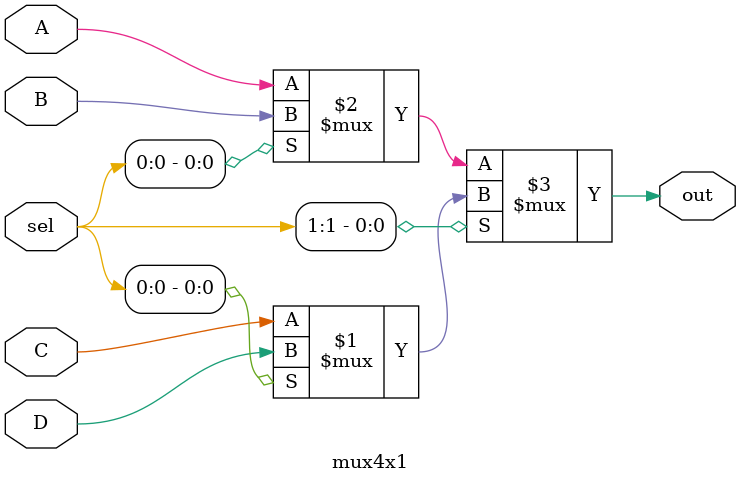
<source format=v>
`timescale 1ns / 1ps
module mux4x1(A, B, C, D, sel, out);
    input A, B, C, D;
    input [1:0] sel;
    output wire out;
    
    assign out = sel[1] ? sel[0]? D:C : sel[0]? B:A;
    
    // using case statement // declare out as "reg" for case statement implementation
    /*
    always@(*)
    begin
    case (sel)
        2'b00 : out <= A;
        2'b01 : out <= B;
        2'b10 : out <= C;
        default : out <= D;
    endcase
    end
    */
endmodule

</source>
